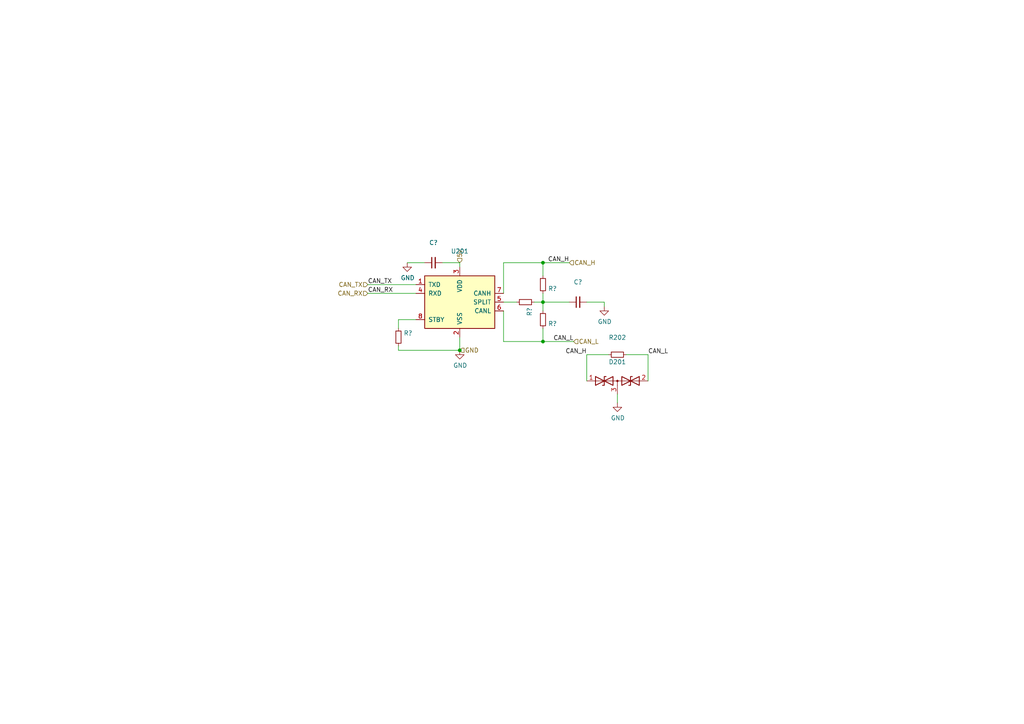
<source format=kicad_sch>
(kicad_sch (version 20211123) (generator eeschema)
  (paper "A4")
  (lib_symbols
    (symbol "Controle-rescue:D_TVS_x2_AAC-Device" (pin_names (offset 1.016) hide)
      (property "Reference" "D" (at 0 4.445 0))
      (property "Value" "D_TVS_x2_AAC-Device" (at 0 2.54 0))
      (symbol "D_TVS_x2_AAC-Device_0_0"
        (polyline (pts (xy 0 -1.27) (xy 0 0)))
      )
      (symbol "D_TVS_x2_AAC-Device_0_1"
        (polyline (pts (xy -6.35 0) (xy 6.35 0)))
        (polyline (pts (xy -3.302 1.27) (xy -3.81 1.27) (xy -3.81 -1.27) (xy -4.318 -1.27)) (stroke (width 0.254)))
        (polyline (pts (xy 4.318 1.27) (xy 3.81 1.27) (xy 3.81 -1.27) (xy 3.302 -1.27)) (stroke (width 0.254)))
        (polyline (pts (xy -6.35 1.27) (xy -1.27 -1.27) (xy -1.27 1.27) (xy -6.35 -1.27) (xy -6.35 1.27)) (stroke (width 0.254)))
        (polyline (pts (xy 6.35 1.27) (xy 1.27 -1.27) (xy 1.27 1.27) (xy 6.35 -1.27) (xy 6.35 1.27)) (stroke (width 0.254)))
        (circle (center 0 0) (radius 0.254) (fill (type outline)))
      )
      (symbol "D_TVS_x2_AAC-Device_1_1"
        (pin passive line (at -8.89 0 0) (length 2.54) (name "A1") (number "1"))
        (pin passive line (at 8.89 0 180) (length 2.54) (name "A2") (number "2"))
        (pin input line (at 0 -3.81 90) (length 2.54) (name "common") (number "3"))
      )
    )
    (symbol "Device:C_Small" (pin_numbers hide) (pin_names (offset 0.254) hide)
      (property "Reference" "C" (at 0.254 1.778 0))
      (property "Value" "C_Small" (at 0.254 -2.032 0))
      (symbol "C_Small_0_1"
        (polyline (pts (xy -1.524 -0.508) (xy 1.524 -0.508)) (stroke (width 0.3302)))
        (polyline (pts (xy -1.524 0.508) (xy 1.524 0.508)) (stroke (width 0.3048)))
      )
      (symbol "C_Small_1_1"
        (pin passive line (at 0 2.54 270) (length 2.032) (name "~") (number "1"))
        (pin passive line (at 0 -2.54 90) (length 2.032) (name "~") (number "2"))
      )
    )
    (symbol "Device:R_Small" (pin_numbers hide) (pin_names (offset 0.254) hide)
      (property "Reference" "R" (at 0.762 0.508 0))
      (property "Value" "R_Small" (at 0.762 -1.016 0))
      (symbol "R_Small_0_1"
        (rectangle (start -0.762 1.778) (end 0.762 -1.778) (stroke (width 0.2032)))
      )
      (symbol "R_Small_1_1"
        (pin passive line (at 0 2.54 270) (length 0.762) (name "~") (number "1"))
        (pin passive line (at 0 -2.54 90) (length 0.762) (name "~") (number "2"))
      )
    )
    (symbol "Interface_CAN_LIN:MCP2561-E-SN" (pin_names (offset 1.016))
      (property "Reference" "U" (at -10.16 8.89 0))
      (property "Value" "MCP2561-E-SN" (at 2.54 8.89 0))
      (symbol "MCP2561-E-SN_0_1"
        (rectangle (start -10.16 7.62) (end 10.16 -7.62) (stroke (width 0.254)) (fill (type background)))
      )
      (symbol "MCP2561-E-SN_1_1"
        (pin input line (at -12.7 5.08 0) (length 2.54) (name "TXD") (number "1"))
        (pin power_in line (at 0 -10.16 90) (length 2.54) (name "VSS") (number "2"))
        (pin power_in line (at 0 10.16 270) (length 2.54) (name "VDD") (number "3"))
        (pin output line (at -12.7 2.54 0) (length 2.54) (name "RXD") (number "4"))
        (pin passive line (at 12.7 0 180) (length 2.54) (name "SPLIT") (number "5"))
        (pin bidirectional line (at 12.7 -2.54 180) (length 2.54) (name "CANL") (number "6"))
        (pin bidirectional line (at 12.7 2.54 180) (length 2.54) (name "CANH") (number "7"))
        (pin input line (at -12.7 -5.08 0) (length 2.54) (name "STBY") (number "8"))
      )
    )
    (symbol "power:GND" (power) (pin_names (offset 0))
      (property "Value" "GND" (at 0 -3.81 0))
      (symbol "GND_0_1"
        (polyline (pts (xy 0 0) (xy 0 -1.27) (xy 1.27 -1.27) (xy 0 -2.54) (xy -1.27 -1.27) (xy 0 -1.27)))
      )
      (symbol "GND_1_1"
        (pin power_in line (at 0 0 270) (length 0) hide (name "GND") (number "1"))
      )
    )
  )
  (junction (at 157.48 87.63))
  (junction (at 133.35 101.6))
  (junction (at 157.48 99.06))
  (junction (at 157.48 76.2))
  (wire (pts (xy 157.48 90.17) (xy 157.48 87.63)))
  (wire (pts (xy 175.26 88.9) (xy 175.26 87.63)))
  (wire (pts (xy 118.11 76.2) (xy 123.19 76.2)))
  (wire (pts (xy 175.26 87.63) (xy 170.18 87.63)))
  (wire (pts (xy 157.48 76.2) (xy 165.1 76.2)))
  (wire (pts (xy 157.48 95.25) (xy 157.48 99.06)))
  (wire (pts (xy 128.27 76.2) (xy 133.35 76.2)))
  (wire (pts (xy 146.05 99.06) (xy 146.05 90.17)))
  (wire (pts (xy 170.18 102.87) (xy 170.18 110.49)))
  (wire (pts (xy 115.57 101.6) (xy 133.35 101.6)))
  (wire (pts (xy 120.65 85.09) (xy 106.68 85.09)))
  (wire (pts (xy 176.53 102.87) (xy 170.18 102.87)))
  (wire (pts (xy 146.05 76.2) (xy 157.48 76.2)))
  (wire (pts (xy 133.35 101.6) (xy 133.35 97.79)))
  (wire (pts (xy 115.57 92.71) (xy 120.65 92.71)))
  (wire (pts (xy 154.94 87.63) (xy 157.48 87.63)))
  (wire (pts (xy 157.48 99.06) (xy 166.37 99.06)))
  (wire (pts (xy 115.57 100.33) (xy 115.57 101.6)))
  (wire (pts (xy 181.61 102.87) (xy 187.96 102.87)))
  (wire (pts (xy 146.05 99.06) (xy 157.48 99.06)))
  (wire (pts (xy 157.48 87.63) (xy 157.48 85.09)))
  (wire (pts (xy 149.86 87.63) (xy 146.05 87.63)))
  (wire (pts (xy 120.65 82.55) (xy 106.68 82.55)))
  (wire (pts (xy 133.35 76.2) (xy 133.35 77.47)))
  (wire (pts (xy 179.07 116.84) (xy 179.07 114.3)))
  (wire (pts (xy 157.48 80.01) (xy 157.48 76.2)))
  (wire (pts (xy 146.05 76.2) (xy 146.05 85.09)))
  (wire (pts (xy 115.57 95.25) (xy 115.57 92.71)))
  (wire (pts (xy 165.1 87.63) (xy 157.48 87.63)))
  (wire (pts (xy 187.96 102.87) (xy 187.96 110.49)))
  (label "CAN_RX" (at 106.68 85.09 0))
  (label "CAN_TX" (at 106.68 82.55 0))
  (label "CAN_L" (at 166.37 99.06 180))
  (label "CAN_H" (at 170.18 102.87 180))
  (label "CAN_L" (at 187.96 102.87 0))
  (label "CAN_H" (at 165.1 76.2 180))
  (hierarchical_label "CAN_RX" (shape input) (at 106.68 85.09 180))
  (hierarchical_label "CAN_H" (shape input) (at 165.1 76.2 0))
  (hierarchical_label "CAN_TX" (shape input) (at 106.68 82.55 180))
  (hierarchical_label "5v" (shape input) (at 133.35 76.2 90))
  (hierarchical_label "GND" (shape input) (at 133.35 101.6 0))
  (hierarchical_label "CAN_L" (shape input) (at 166.37 99.06 0))
  (symbol (lib_id "power:GND") (at 133.35 101.6 0) (unit 1)
    (property "Reference" "#PWR?" (effects hide))
  )
  (symbol (lib_id "Device:R_Small") (at 115.57 97.79 0) (unit 1)
    (property "Reference" "R?" (at 117.0686 96.6216 0) (effects (justify left)))
  )
  (symbol (lib_id "power:GND") (at 118.11 76.2 0) (unit 1)
    (property "Reference" "#PWR?" (effects hide))
  )
  (symbol (lib_id "Device:C_Small") (at 125.73 76.2 90) (unit 1)
    (property "Reference" "C?" (at 125.73 70.3834 90))
  )
  (symbol (lib_id "Interface_CAN_LIN:MCP2561-E-SN") (at 133.35 87.63 0) (unit 1)
    (property "Reference" "U201" (at 133.35 72.8726 0))
    (property "Datasheet" "http://ww1.microchip.com/downloads/en/DeviceDoc/25167A.pdf" (effects hide))
  )
  (symbol (lib_id "Controle-rescue:D_TVS_x2_AAC-Device") (at 179.07 110.49 0) (unit 1)
    (property "Reference" "D201" (at 179.07 104.9782 0))
  )
  (symbol (lib_id "Device:R_Small") (at 179.07 102.87 270) (unit 1)
    (property "Reference" "R202" (at 179.07 97.8916 90))
  )
  (symbol (lib_id "power:GND") (at 179.07 116.84 0) (unit 1)
    (property "Reference" "#PWR?" (effects hide))
  )
  (symbol (lib_id "Device:R_Small") (at 152.4 87.63 270) (unit 1)
    (property "Reference" "R?" (at 153.5684 89.1286 0) (effects (justify left)))
  )
  (symbol (lib_id "Device:R_Small") (at 157.48 82.55 0) (mirror x) (unit 1)
    (property "Reference" "R?" (at 158.9786 83.7184 0) (effects (justify left)))
  )
  (symbol (lib_id "Device:R_Small") (at 157.48 92.71 0) (mirror x) (unit 1)
    (property "Reference" "R?" (at 158.9786 93.8784 0) (effects (justify left)))
  )
  (symbol (lib_id "Device:C_Small") (at 167.64 87.63 90) (unit 1)
    (property "Reference" "C?" (at 167.64 81.8134 90))
  )
  (symbol (lib_id "power:GND") (at 175.26 88.9 0) (unit 1)
    (property "Reference" "#PWR?" (effects hide))
  )
)
</source>
